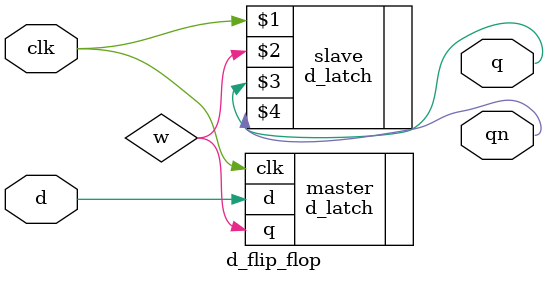
<source format=sv>
`timescale 1ns / 100ps

module d_flip_flop(
  input logic clk,
  input logic d,
  output logic q,
  output logic qn
);

 wire w;
 
 d_latch master(.clk, .d, .q(w));
 d_latch slave(clk, w, q, qn); 

endmodule

</source>
